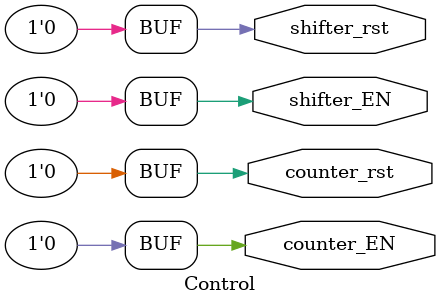
<source format=v>
`timescale 1ns / 1ps

module Control(
    counter_rst,counter_EN,
    shifter_rst,shifter_EN
    );
    
    output reg counter_rst,counter_EN;
    output reg shifter_rst,shifter_EN;
    
    initial
    begin
        {counter_rst,counter_EN}=0;
        {shifter_rst,shifter_EN}=0;
    end
    
endmodule

</source>
